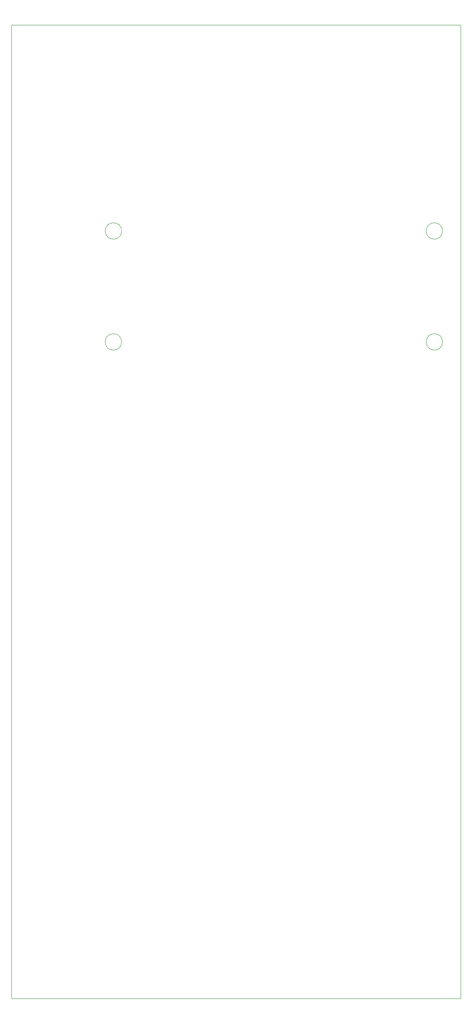
<source format=gbr>
%TF.GenerationSoftware,KiCad,Pcbnew,9.0.1*%
%TF.CreationDate,2025-08-23T12:55:39+03:00*%
%TF.ProjectId,smart meter,736d6172-7420-46d6-9574-65722e6b6963,rev?*%
%TF.SameCoordinates,Original*%
%TF.FileFunction,Profile,NP*%
%FSLAX46Y46*%
G04 Gerber Fmt 4.6, Leading zero omitted, Abs format (unit mm)*
G04 Created by KiCad (PCBNEW 9.0.1) date 2025-08-23 12:55:39*
%MOMM*%
%LPD*%
G01*
G04 APERTURE LIST*
%TA.AperFunction,Profile*%
%ADD10C,0.100000*%
%TD*%
G04 APERTURE END LIST*
D10*
X148365200Y-50521600D02*
X241395000Y-50521600D01*
X241395000Y-252388200D01*
X148365200Y-252388200D01*
X148365200Y-50521600D01*
%TO.C,U9*%
X171184000Y-93283000D02*
G75*
G02*
X167784000Y-93283000I-1700000J0D01*
G01*
X167784000Y-93283000D02*
G75*
G02*
X171184000Y-93283000I1700000J0D01*
G01*
X171184000Y-116283000D02*
G75*
G02*
X167784000Y-116283000I-1700000J0D01*
G01*
X167784000Y-116283000D02*
G75*
G02*
X171184000Y-116283000I1700000J0D01*
G01*
X237684000Y-93283000D02*
G75*
G02*
X234284000Y-93283000I-1700000J0D01*
G01*
X234284000Y-93283000D02*
G75*
G02*
X237684000Y-93283000I1700000J0D01*
G01*
X237684000Y-116283000D02*
G75*
G02*
X234284000Y-116283000I-1700000J0D01*
G01*
X234284000Y-116283000D02*
G75*
G02*
X237684000Y-116283000I1700000J0D01*
G01*
%TD*%
M02*

</source>
